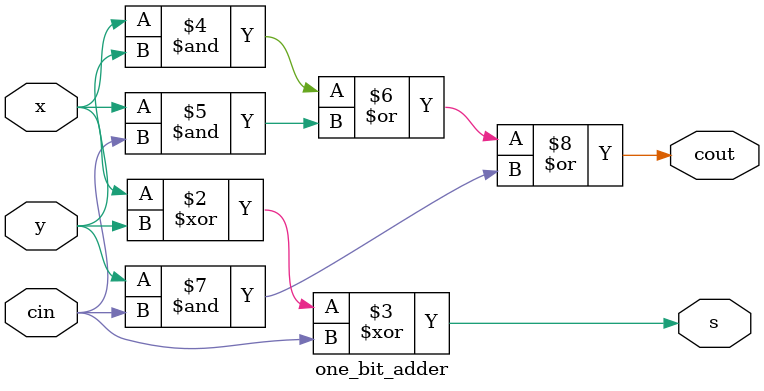
<source format=v>
module one_bit_adder (
    input x,
    input y,
    input cin,
    output reg s,
    output reg cout
);

    always @(*)begin
        s <= x^y^cin;
        cout <= (x&y)|(x&cin)|(y&cin);
    end
    
endmodule
</source>
